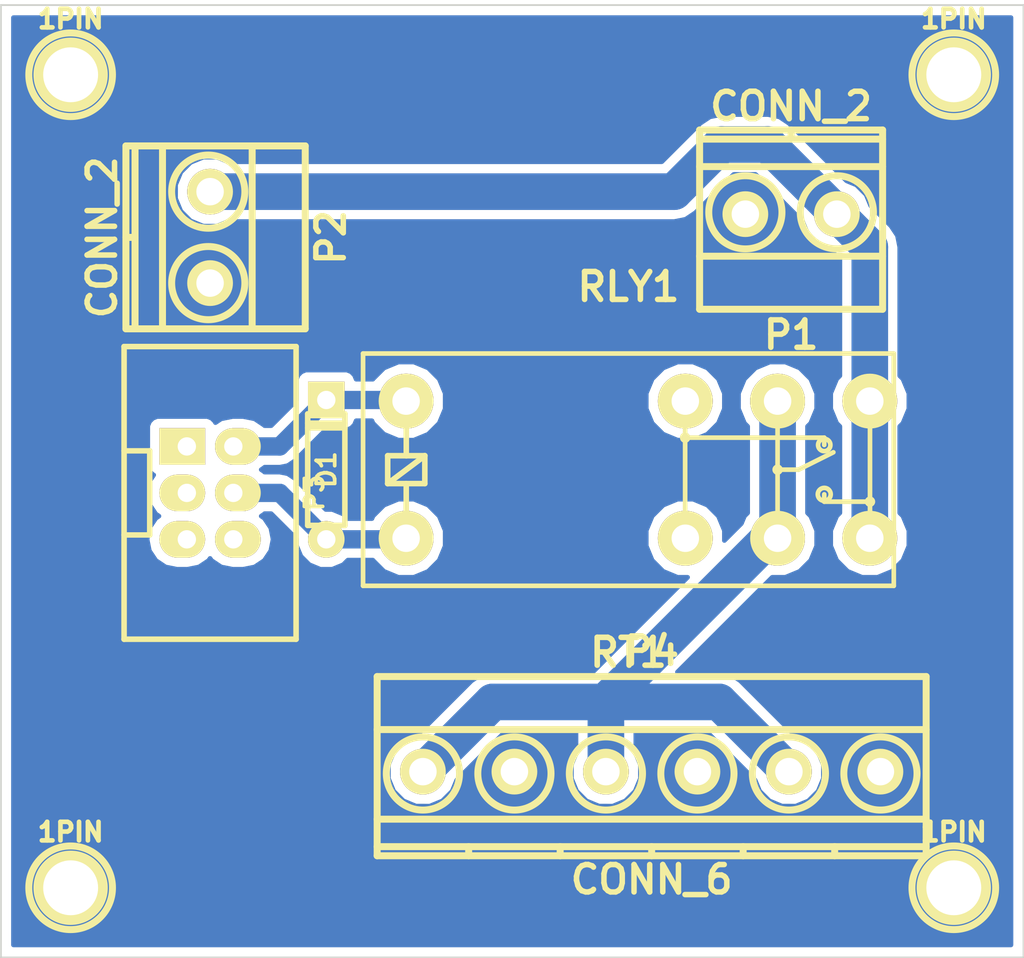
<source format=kicad_pcb>
(kicad_pcb (version 3) (host pcbnew "(22-Jun-2014 BZR 4027)-stable")

  (general
    (links 19)
    (no_connects 0)
    (area 193.606 142.806 241.350001 187.394)
    (thickness 1.6)
    (drawings 4)
    (tracks 25)
    (zones 0)
    (modules 10)
    (nets 6)
  )

  (page A3)
  (layers
    (15 F.Cu signal)
    (0 B.Cu signal)
    (16 B.Adhes user)
    (17 F.Adhes user)
    (18 B.Paste user)
    (19 F.Paste user)
    (20 B.SilkS user)
    (21 F.SilkS user)
    (22 B.Mask user)
    (23 F.Mask user)
    (24 Dwgs.User user)
    (25 Cmts.User user)
    (26 Eco1.User user)
    (27 Eco2.User user)
    (28 Edge.Cuts user)
  )

  (setup
    (last_trace_width 2)
    (user_trace_width 1)
    (user_trace_width 2)
    (trace_clearance 0.254)
    (zone_clearance 0.508)
    (zone_45_only yes)
    (trace_min 1)
    (segment_width 0.2)
    (edge_width 0.1)
    (via_size 0.889)
    (via_drill 0.635)
    (via_min_size 0.889)
    (via_min_drill 0.508)
    (uvia_size 0.508)
    (uvia_drill 0.127)
    (uvias_allowed no)
    (uvia_min_size 0.508)
    (uvia_min_drill 0.127)
    (pcb_text_width 0.3)
    (pcb_text_size 1.5 1.5)
    (mod_edge_width 0.15)
    (mod_text_size 1 1)
    (mod_text_width 0.15)
    (pad_size 4.064 4.064)
    (pad_drill 3)
    (pad_to_mask_clearance 0)
    (aux_axis_origin 0 0)
    (visible_elements FFFFFFBF)
    (pcbplotparams
      (layerselection 1)
      (usegerberextensions true)
      (excludeedgelayer true)
      (linewidth 0.150000)
      (plotframeref false)
      (viasonmask false)
      (mode 1)
      (useauxorigin false)
      (hpglpennumber 1)
      (hpglpenspeed 20)
      (hpglpendiameter 15)
      (hpglpenoverlay 2)
      (psnegative false)
      (psa4output false)
      (plotreference true)
      (plotvalue true)
      (plotothertext true)
      (plotinvisibletext false)
      (padsonsilk false)
      (subtractmaskfromsilk false)
      (outputformat 1)
      (mirror false)
      (drillshape 0)
      (scaleselection 1)
      (outputdirectory ""))
  )

  (net 0 "")
  (net 1 N-0000010)
  (net 2 N-000005)
  (net 3 N-000006)
  (net 4 N-000007)
  (net 5 N-000009)

  (net_class Default "This is the default net class."
    (clearance 0.254)
    (trace_width 1)
    (via_dia 0.889)
    (via_drill 0.635)
    (uvia_dia 0.508)
    (uvia_drill 0.127)
    (add_net "")
    (add_net N-0000010)
    (add_net N-000005)
    (add_net N-000006)
    (add_net N-000007)
    (add_net N-000009)
  )

  (module vasch_strip_3x2 (layer F.Cu) (tedit 5649AF96) (tstamp 56448658)
    (at 200.66 165.1 270)
    (descr "Box header 3x2pin 2.54mm")
    (tags "CONN DEV")
    (path /56447F94)
    (fp_text reference P3 (at 0 -5.7 270) (layer F.SilkS)
      (effects (font (size 1 1) (thickness 0.2032)))
    )
    (fp_text value CONN_3X2 (at 0 5.7 270) (layer F.SilkS) hide
      (effects (font (size 1 1) (thickness 0.2032)))
    )
    (fp_line (start -8 4.7) (end 8 4.7) (layer F.SilkS) (width 0.3048))
    (fp_line (start 8 -4.7) (end -8 -4.7) (layer F.SilkS) (width 0.3048))
    (fp_line (start -8 -4.7) (end -8 4.7) (layer F.SilkS) (width 0.3048))
    (fp_line (start 8 -4.7) (end 8 4.7) (layer F.SilkS) (width 0.3048))
    (fp_line (start 2.3 4.7) (end 2.3 3.3) (layer F.SilkS) (width 0.29972))
    (fp_line (start 2.3 3.3) (end -2.3 3.3) (layer F.SilkS) (width 0.29972))
    (fp_line (start -2.3 3.3) (end -2.3 4.7) (layer F.SilkS) (width 0.29972))
    (pad 1 thru_hole rect (at -2.54 1.27 270) (size 2 2.5) (drill 1 (offset 0 0.25))
      (layers *.Cu *.Mask F.SilkS)
    )
    (pad 2 thru_hole oval (at -2.54 -1.27 270) (size 2 2.5) (drill 1 (offset 0 -0.25))
      (layers *.Cu *.Mask F.SilkS)
      (net 3 N-000006)
    )
    (pad 3 thru_hole oval (at 0 1.27 270) (size 2 2.5) (drill 1 (offset 0 0.25))
      (layers *.Cu *.Mask F.SilkS)
    )
    (pad 4 thru_hole oval (at 0 -1.27 270) (size 2 2.5) (drill 1 (offset 0 -0.25))
      (layers *.Cu *.Mask F.SilkS)
      (net 2 N-000005)
    )
    (pad 5 thru_hole oval (at 2.54 1.27 270) (size 2 2.5) (drill 1 (offset 0 0.25))
      (layers *.Cu *.Mask F.SilkS)
    )
    (pad 6 thru_hole oval (at 2.54 -1.27 270) (size 2 2.5) (drill 1 (offset 0 -0.25))
      (layers *.Cu *.Mask F.SilkS)
    )
    (model walter/conn_strip/vasch_strip_3x2.wrl
      (at (xyz 0 0 0))
      (scale (xyz 1 1 1))
      (rotate (xyz 0 0 0))
    )
  )

  (module relay_RT1 (layer F.Cu) (tedit 5649AEEB) (tstamp 5644867D)
    (at 223.52 163.83)
    (descr "relay, RT1 series")
    (path /56447F4C)
    (fp_text reference RLY1 (at 0 -9.99998) (layer F.SilkS)
      (effects (font (size 1.524 1.524) (thickness 0.3048)))
    )
    (fp_text value RT1 (at 0 9.99998) (layer F.SilkS)
      (effects (font (size 1.524 1.524) (thickness 0.3048)))
    )
    (fp_line (start 9.29894 0) (end 11.19886 -0.94996) (layer F.SilkS) (width 0.254))
    (fp_circle (center 8.15086 0) (end 8.001 0.0508) (layer F.SilkS) (width 0.254))
    (fp_line (start 8.15086 0) (end 9.29894 0) (layer F.SilkS) (width 0.254))
    (fp_circle (center 10.70102 -1.34874) (end 10.39876 -1.19888) (layer F.SilkS) (width 0.254))
    (fp_circle (center 10.70102 1.34874) (end 10.3505 1.39954) (layer F.SilkS) (width 0.254))
    (fp_circle (center 13.20038 1.75006) (end 13.05052 1.80086) (layer F.SilkS) (width 0.254))
    (fp_circle (center 3.0988 -1.75006) (end 2.94894 -1.69926) (layer F.SilkS) (width 0.254))
    (fp_line (start 10.70102 1.34874) (end 10.70102 1.75006) (layer F.SilkS) (width 0.254))
    (fp_line (start 13.20038 1.75006) (end 10.70102 1.75006) (layer F.SilkS) (width 0.254))
    (fp_line (start 3.0988 -1.75006) (end 10.70102 -1.75006) (layer F.SilkS) (width 0.254))
    (fp_line (start 10.70102 -1.75006) (end 10.70102 -1.34874) (layer F.SilkS) (width 0.254))
    (fp_line (start 13.20038 3.74904) (end 13.20038 -3.74904) (layer F.SilkS) (width 0.254))
    (fp_line (start 8.15086 -3.74904) (end 8.15086 3.74904) (layer F.SilkS) (width 0.254))
    (fp_line (start 3.0988 3.74904) (end 3.0988 -3.74904) (layer F.SilkS) (width 0.254))
    (fp_line (start 14.50086 -6.35) (end -14.50086 -6.35) (layer F.SilkS) (width 0.254))
    (fp_line (start -14.50086 -6.35) (end -14.50086 6.35) (layer F.SilkS) (width 0.254))
    (fp_line (start -14.50086 6.35) (end 14.50086 6.35) (layer F.SilkS) (width 0.254))
    (fp_line (start 14.50086 6.35) (end 14.50086 -6.35) (layer F.SilkS) (width 0.254))
    (fp_line (start -12.1412 3.81) (end -12.1412 0.762) (layer F.SilkS) (width 0.3048))
    (fp_line (start -12.13866 -3.81) (end -12.13866 -0.762) (layer F.SilkS) (width 0.3048))
    (fp_line (start -13.15466 0.762) (end -11.12266 -0.762) (layer F.SilkS) (width 0.3048))
    (fp_line (start -13.1572 -0.762) (end -11.1252 -0.762) (layer F.SilkS) (width 0.3048))
    (fp_line (start -11.1252 -0.762) (end -11.1252 0.762) (layer F.SilkS) (width 0.3048))
    (fp_line (start -11.1252 0.762) (end -13.1572 0.762) (layer F.SilkS) (width 0.3048))
    (fp_line (start -13.15466 0.762) (end -13.15466 -0.762) (layer F.SilkS) (width 0.3048))
    (pad 1 thru_hole circle (at -12.14882 3.74904) (size 2.99974 2.99974) (drill 1.5)
      (layers *.Cu *.Mask F.SilkS)
      (net 2 N-000005)
    )
    (pad 12 thru_hole circle (at 3.10896 3.74904) (size 2.99974 2.99974) (drill 1.5)
      (layers *.Cu *.Mask F.SilkS)
    )
    (pad 11 thru_hole circle (at 8.15086 3.74904) (size 2.99974 2.99974) (drill 1.5)
      (layers *.Cu *.Mask F.SilkS)
      (net 4 N-000007)
    )
    (pad 14 thru_hole circle (at 13.19022 3.74904) (size 2.99974 2.99974) (drill 1.5)
      (layers *.Cu *.Mask F.SilkS)
      (net 5 N-000009)
    )
    (pad 14 thru_hole circle (at 13.19022 -3.74904) (size 2.99974 2.99974) (drill 1.5)
      (layers *.Cu *.Mask F.SilkS)
      (net 5 N-000009)
    )
    (pad 11 thru_hole circle (at 8.15086 -3.74904) (size 2.99974 2.99974) (drill 1.5)
      (layers *.Cu *.Mask F.SilkS)
      (net 4 N-000007)
    )
    (pad 12 thru_hole circle (at 3.10896 -3.74904) (size 2.99974 2.99974) (drill 1.5)
      (layers *.Cu *.Mask F.SilkS)
    )
    (pad 2 thru_hole circle (at -12.14882 -3.74904) (size 2.99974 2.99974) (drill 1.5)
      (layers *.Cu *.Mask F.SilkS)
      (net 3 N-000006)
    )
    (model walter/relay/relay_RT1.wrl
      (at (xyz 0 0 0))
      (scale (xyz 1 1 1))
      (rotate (xyz 0 0 0))
    )
  )

  (module mkds_1,5-6 (layer F.Cu) (tedit 5649AF18) (tstamp 56448699)
    (at 224.79 180.34)
    (descr "6-way 5mm pitch terminal block, Phoenix MKDS series")
    (path /56447FAB)
    (fp_text reference P4 (at 0 -6.6) (layer F.SilkS)
      (effects (font (size 1.5 1.5) (thickness 0.3)))
    )
    (fp_text value CONN_6 (at 0 5.9) (layer F.SilkS)
      (effects (font (size 1.5 1.5) (thickness 0.3)))
    )
    (fp_circle (center 12.5 0.1) (end 10.5 0.1) (layer F.SilkS) (width 0.381))
    (fp_line (start 10 4.1) (end 10 4.6) (layer F.SilkS) (width 0.381))
    (fp_line (start 5 4.1) (end 5 4.6) (layer F.SilkS) (width 0.381))
    (fp_circle (center 7.5 0.1) (end 5.5 0.1) (layer F.SilkS) (width 0.381))
    (fp_line (start 0 4.1) (end 0 4.6) (layer F.SilkS) (width 0.381))
    (fp_circle (center 2.5 0.1) (end 0.5 0.1) (layer F.SilkS) (width 0.381))
    (fp_circle (center -2.5 0.1) (end -4.5 0.1) (layer F.SilkS) (width 0.381))
    (fp_line (start -5 4.1) (end -5 4.6) (layer F.SilkS) (width 0.381))
    (fp_line (start -10 4.1) (end -10 4.6) (layer F.SilkS) (width 0.381))
    (fp_circle (center -7.5 0.1) (end -9.5 0.1) (layer F.SilkS) (width 0.381))
    (fp_circle (center -12.5 0.1) (end -10.5 0.1) (layer F.SilkS) (width 0.381))
    (fp_line (start -15 2.6) (end 15 2.6) (layer F.SilkS) (width 0.381))
    (fp_line (start -15 -2.3) (end 15 -2.3) (layer F.SilkS) (width 0.381))
    (fp_line (start -15 4.1) (end 15 4.1) (layer F.SilkS) (width 0.381))
    (fp_line (start -15 4.6) (end 15 4.6) (layer F.SilkS) (width 0.381))
    (fp_line (start 15 4.6) (end 15 -5.2) (layer F.SilkS) (width 0.381))
    (fp_line (start 15 -5.2) (end -15 -5.2) (layer F.SilkS) (width 0.381))
    (fp_line (start -15 -5.2) (end -15 4.6) (layer F.SilkS) (width 0.381))
    (pad 6 thru_hole circle (at 12.5 0) (size 2.5 2.5) (drill 1.5)
      (layers *.Cu *.Mask F.SilkS)
      (net 1 N-0000010)
    )
    (pad 5 thru_hole circle (at 7.5 0) (size 2.5 2.5) (drill 1.5)
      (layers *.Cu *.Mask F.SilkS)
      (net 4 N-000007)
    )
    (pad 4 thru_hole circle (at 2.5 0) (size 2.5 2.5) (drill 1.5)
      (layers *.Cu *.Mask F.SilkS)
      (net 1 N-0000010)
    )
    (pad 3 thru_hole circle (at -2.5 0) (size 2.5 2.5) (drill 1.5)
      (layers *.Cu *.Mask F.SilkS)
      (net 4 N-000007)
    )
    (pad 1 thru_hole circle (at -12.5 0) (size 2.5 2.5) (drill 1.5)
      (layers *.Cu *.Mask F.SilkS)
      (net 4 N-000007)
    )
    (pad 2 thru_hole circle (at -7.5 0) (size 2.5 2.5) (drill 1.5)
      (layers *.Cu *.Mask F.SilkS)
      (net 1 N-0000010)
    )
    (model walter/conn_mkds/mkds_1,5-6.wrl
      (at (xyz 0 0 0))
      (scale (xyz 1 1 1))
      (rotate (xyz 0 0 0))
    )
  )

  (module mkds_1,5-2 (layer F.Cu) (tedit 5649AE8E) (tstamp 564486A9)
    (at 200.66 151.13 270)
    (descr "2-way 5mm pitch terminal block, Phoenix MKDS series")
    (path /56447605)
    (fp_text reference P2 (at 0 -6.6 270) (layer F.SilkS)
      (effects (font (size 1.5 1.5) (thickness 0.3)))
    )
    (fp_text value CONN_2 (at 0 5.9 270) (layer F.SilkS)
      (effects (font (size 1.5 1.5) (thickness 0.3)))
    )
    (fp_line (start 0 4.1) (end 0 4.6) (layer F.SilkS) (width 0.381))
    (fp_circle (center 2.5 0.1) (end 0.5 0.1) (layer F.SilkS) (width 0.381))
    (fp_circle (center -2.5 0.1) (end -0.5 0.1) (layer F.SilkS) (width 0.381))
    (fp_line (start -5 2.6) (end 5 2.6) (layer F.SilkS) (width 0.381))
    (fp_line (start -5 -2.3) (end 5 -2.3) (layer F.SilkS) (width 0.381))
    (fp_line (start -5 4.1) (end 5 4.1) (layer F.SilkS) (width 0.381))
    (fp_line (start -5 4.6) (end 5 4.6) (layer F.SilkS) (width 0.381))
    (fp_line (start 5 4.6) (end 5 -5.2) (layer F.SilkS) (width 0.381))
    (fp_line (start 5 -5.2) (end -5 -5.2) (layer F.SilkS) (width 0.381))
    (fp_line (start -5 -5.2) (end -5 4.6) (layer F.SilkS) (width 0.381))
    (pad 1 thru_hole circle (at -2.5 0 270) (size 2.5 2.5) (drill 1.5)
      (layers *.Cu *.Mask F.SilkS)
      (net 5 N-000009)
    )
    (pad 2 thru_hole circle (at 2.5 0 270) (size 2.5 2.5) (drill 1.5)
      (layers *.Cu *.Mask F.SilkS)
      (net 1 N-0000010)
    )
    (model walter/conn_mkds/mkds_1,5-2.wrl
      (at (xyz 0 0 0))
      (scale (xyz 1 1 1))
      (rotate (xyz 0 0 0))
    )
  )

  (module mkds_1,5-2 (layer F.Cu) (tedit 5649AEA0) (tstamp 564486B9)
    (at 232.41 149.86 180)
    (descr "2-way 5mm pitch terminal block, Phoenix MKDS series")
    (path /56447F7A)
    (fp_text reference P1 (at 0 -6.6 180) (layer F.SilkS)
      (effects (font (size 1.5 1.5) (thickness 0.3)))
    )
    (fp_text value CONN_2 (at 0 5.9 180) (layer F.SilkS)
      (effects (font (size 1.5 1.5) (thickness 0.3)))
    )
    (fp_line (start 0 4.1) (end 0 4.6) (layer F.SilkS) (width 0.381))
    (fp_circle (center 2.5 0.1) (end 0.5 0.1) (layer F.SilkS) (width 0.381))
    (fp_circle (center -2.5 0.1) (end -0.5 0.1) (layer F.SilkS) (width 0.381))
    (fp_line (start -5 2.6) (end 5 2.6) (layer F.SilkS) (width 0.381))
    (fp_line (start -5 -2.3) (end 5 -2.3) (layer F.SilkS) (width 0.381))
    (fp_line (start -5 4.1) (end 5 4.1) (layer F.SilkS) (width 0.381))
    (fp_line (start -5 4.6) (end 5 4.6) (layer F.SilkS) (width 0.381))
    (fp_line (start 5 4.6) (end 5 -5.2) (layer F.SilkS) (width 0.381))
    (fp_line (start 5 -5.2) (end -5 -5.2) (layer F.SilkS) (width 0.381))
    (fp_line (start -5 -5.2) (end -5 4.6) (layer F.SilkS) (width 0.381))
    (pad 1 thru_hole circle (at -2.5 0 180) (size 2.5 2.5) (drill 1.5)
      (layers *.Cu *.Mask F.SilkS)
      (net 5 N-000009)
    )
    (pad 2 thru_hole circle (at 2.5 0 180) (size 2.5 2.5) (drill 1.5)
      (layers *.Cu *.Mask F.SilkS)
      (net 1 N-0000010)
    )
    (model walter/conn_mkds/mkds_1,5-2.wrl
      (at (xyz 0 0 0))
      (scale (xyz 1 1 1))
      (rotate (xyz 0 0 0))
    )
  )

  (module D3 (layer F.Cu) (tedit 5649AF32) (tstamp 564486C9)
    (at 207.01 163.83 90)
    (descr "Diode 3 pas")
    (tags "DIODE DEV")
    (path /56447F6B)
    (fp_text reference D1 (at 0 0 90) (layer F.SilkS)
      (effects (font (size 1.016 1.016) (thickness 0.2032)))
    )
    (fp_text value DIODE (at 0 0 90) (layer F.SilkS) hide
      (effects (font (size 1.016 1.016) (thickness 0.2032)))
    )
    (fp_line (start 3.81 0) (end 3.048 0) (layer F.SilkS) (width 0.3048))
    (fp_line (start 3.048 0) (end 3.048 -1.016) (layer F.SilkS) (width 0.3048))
    (fp_line (start 3.048 -1.016) (end -3.048 -1.016) (layer F.SilkS) (width 0.3048))
    (fp_line (start -3.048 -1.016) (end -3.048 0) (layer F.SilkS) (width 0.3048))
    (fp_line (start -3.048 0) (end -3.81 0) (layer F.SilkS) (width 0.3048))
    (fp_line (start -3.048 0) (end -3.048 1.016) (layer F.SilkS) (width 0.3048))
    (fp_line (start -3.048 1.016) (end 3.048 1.016) (layer F.SilkS) (width 0.3048))
    (fp_line (start 3.048 1.016) (end 3.048 0) (layer F.SilkS) (width 0.3048))
    (fp_line (start 2.54 -1.016) (end 2.54 1.016) (layer F.SilkS) (width 0.3048))
    (fp_line (start 2.286 1.016) (end 2.286 -1.016) (layer F.SilkS) (width 0.3048))
    (pad 2 thru_hole rect (at 3.81 0 90) (size 2 2) (drill 1)
      (layers *.Cu *.Mask F.SilkS)
      (net 3 N-000006)
    )
    (pad 1 thru_hole circle (at -3.81 0 90) (size 2 2) (drill 1)
      (layers *.Cu *.Mask F.SilkS)
      (net 2 N-000005)
    )
    (model discret/diode.wrl
      (at (xyz 0 0 0))
      (scale (xyz 0.3 0.3 0.3))
      (rotate (xyz 0 0 0))
    )
  )

  (module 1pin (layer F.Cu) (tedit 5649B05A) (tstamp 564A0D8D)
    (at 193.04 142.24)
    (descr "module 1 pin (ou trou mecanique de percage)")
    (tags DEV)
    (path 1pin)
    (fp_text reference 1PIN (at 0 -3.048) (layer F.SilkS)
      (effects (font (size 1.016 1.016) (thickness 0.254)))
    )
    (fp_text value P*** (at 0 2.794) (layer F.SilkS) hide
      (effects (font (size 1.016 1.016) (thickness 0.254)))
    )
    (fp_circle (center 0 0) (end 0 -2.286) (layer F.SilkS) (width 0.381))
    (pad 1 thru_hole circle (at 0 0) (size 4.064 4.064) (drill 3)
      (layers *.Cu *.Mask F.SilkS)
      (net 1 N-0000010)
    )
  )

  (module 1pin (layer F.Cu) (tedit 5649B060) (tstamp 564A0D98)
    (at 241.3 142.24)
    (descr "module 1 pin (ou trou mecanique de percage)")
    (tags DEV)
    (path 1pin)
    (fp_text reference 1PIN (at 0 -3.048) (layer F.SilkS)
      (effects (font (size 1.016 1.016) (thickness 0.254)))
    )
    (fp_text value P*** (at 0 2.794) (layer F.SilkS) hide
      (effects (font (size 1.016 1.016) (thickness 0.254)))
    )
    (fp_circle (center 0 0) (end 0 -2.286) (layer F.SilkS) (width 0.381))
    (pad 1 thru_hole circle (at 0 0) (size 4.064 4.064) (drill 3)
      (layers *.Cu *.Mask F.SilkS)
      (net 1 N-0000010)
    )
  )

  (module 1pin (layer F.Cu) (tedit 5649B06E) (tstamp 564A0DA3)
    (at 241.3 186.69)
    (descr "module 1 pin (ou trou mecanique de percage)")
    (tags DEV)
    (path 1pin)
    (fp_text reference 1PIN (at 0 -3.048) (layer F.SilkS)
      (effects (font (size 1.016 1.016) (thickness 0.254)))
    )
    (fp_text value P*** (at 0 2.794) (layer F.SilkS) hide
      (effects (font (size 1.016 1.016) (thickness 0.254)))
    )
    (fp_circle (center 0 0) (end 0 -2.286) (layer F.SilkS) (width 0.381))
    (pad 1 thru_hole circle (at 0 0) (size 4.064 4.064) (drill 3)
      (layers *.Cu *.Mask F.SilkS)
      (net 1 N-0000010)
    )
  )

  (module 1pin (layer F.Cu) (tedit 5649B067) (tstamp 564A0DAE)
    (at 193.04 186.69)
    (descr "module 1 pin (ou trou mecanique de percage)")
    (tags DEV)
    (path 1pin)
    (fp_text reference 1PIN (at 0 -3.048) (layer F.SilkS)
      (effects (font (size 1.016 1.016) (thickness 0.254)))
    )
    (fp_text value P*** (at 0 2.794) (layer F.SilkS) hide
      (effects (font (size 1.016 1.016) (thickness 0.254)))
    )
    (fp_circle (center 0 0) (end 0 -2.286) (layer F.SilkS) (width 0.381))
    (pad 1 thru_hole circle (at 0 0) (size 4.064 4.064) (drill 3)
      (layers *.Cu *.Mask F.SilkS)
      (net 1 N-0000010)
    )
  )

  (gr_line (start 189.23 190.5) (end 189.23 138.43) (angle 90) (layer Edge.Cuts) (width 0.1))
  (gr_line (start 245.11 190.5) (end 189.23 190.5) (angle 90) (layer Edge.Cuts) (width 0.1))
  (gr_line (start 245.11 138.43) (end 245.11 190.5) (angle 90) (layer Edge.Cuts) (width 0.1))
  (gr_line (start 189.23 138.43) (end 245.11 138.43) (angle 90) (layer Edge.Cuts) (width 0.1))

  (segment (start 207.01 167.64) (end 211.31022 167.64) (width 1) (layer B.Cu) (net 2))
  (segment (start 211.31022 167.64) (end 211.37118 167.57904) (width 1) (layer B.Cu) (net 2) (tstamp 5649AE6F))
  (segment (start 201.93 165.1) (end 204.47 165.1) (width 1) (layer B.Cu) (net 2))
  (segment (start 204.47 165.1) (end 207.01 167.64) (width 1) (layer B.Cu) (net 2) (tstamp 5649AE6C))
  (segment (start 207.01 160.02) (end 211.31022 160.02) (width 1) (layer B.Cu) (net 3))
  (segment (start 211.31022 160.02) (end 211.37118 160.08096) (width 1) (layer B.Cu) (net 3) (tstamp 5649AE69))
  (segment (start 201.93 162.56) (end 204.47 162.56) (width 1) (layer B.Cu) (net 3))
  (segment (start 204.47 162.56) (end 207.01 160.02) (width 1) (layer B.Cu) (net 3) (tstamp 5649AE65))
  (segment (start 222.29 176.53) (end 216.1 176.53) (width 2) (layer B.Cu) (net 4))
  (segment (start 216.1 176.53) (end 212.29 180.34) (width 2) (layer B.Cu) (net 4) (tstamp 5649AE5F))
  (segment (start 222.29 176.53) (end 228.48 176.53) (width 2) (layer B.Cu) (net 4))
  (segment (start 228.48 176.53) (end 232.29 180.34) (width 2) (layer B.Cu) (net 4) (tstamp 5649AE5C))
  (segment (start 231.67086 167.57904) (end 231.20096 167.57904) (width 2) (layer B.Cu) (net 4))
  (segment (start 222.29 176.49) (end 222.29 176.53) (width 2) (layer B.Cu) (net 4) (tstamp 5649AE57))
  (segment (start 222.29 176.53) (end 222.29 180.34) (width 2) (layer B.Cu) (net 4) (tstamp 5649AE5A))
  (segment (start 231.20096 167.57904) (end 222.29 176.49) (width 2) (layer B.Cu) (net 4) (tstamp 5649AE4B))
  (segment (start 231.67086 160.08096) (end 231.67086 167.57904) (width 2) (layer B.Cu) (net 4))
  (segment (start 236.71022 160.08096) (end 236.71022 151.66022) (width 2) (layer B.Cu) (net 5) (status 400000))
  (segment (start 236.71022 151.66022) (end 234.91 149.86) (width 2) (layer B.Cu) (net 5) (tstamp 564A0DF9) (status 800000))
  (segment (start 236.71022 160.08096) (end 236.71022 167.57904) (width 2) (layer B.Cu) (net 5))
  (segment (start 234.91 149.86) (end 234.91 149.82) (width 2) (layer B.Cu) (net 5))
  (segment (start 234.91 149.82) (end 231.14 146.05) (width 2) (layer B.Cu) (net 5) (tstamp 5649AE31))
  (segment (start 231.14 146.05) (end 228.6 146.05) (width 2) (layer B.Cu) (net 5) (tstamp 5649AE33))
  (segment (start 228.6 146.05) (end 226.02 148.63) (width 2) (layer B.Cu) (net 5) (tstamp 5649AE34))
  (segment (start 226.02 148.63) (end 200.66 148.63) (width 2) (layer B.Cu) (net 5) (tstamp 5649AE3E))

  (zone (net 1) (net_name N-0000010) (layer B.Cu) (tstamp 564A0DF3) (hatch edge 0.508)
    (connect_pads yes (clearance 0.508))
    (min_thickness 0.254)
    (fill (arc_segments 16) (thermal_gap 0.508) (thermal_bridge_width 1.16))
    (polygon
      (pts
        (xy 245.11 190.5) (xy 189.23 190.5) (xy 189.23 138.43) (xy 245.11 138.43)
      )
    )
    (filled_polygon
      (pts
        (xy 244.425 189.815) (xy 238.845459 189.815) (xy 238.845459 167.156251) (xy 238.52113 166.371313) (xy 238.34522 166.195096)
        (xy 238.34522 161.465341) (xy 238.519019 161.291845) (xy 238.844718 160.507475) (xy 238.845459 159.658171) (xy 238.52113 158.873233)
        (xy 238.34522 158.697016) (xy 238.34522 151.66022) (xy 238.220763 151.034533) (xy 238.220762 151.034532) (xy 237.86634 150.5041)
        (xy 237.866336 150.504097) (xy 236.757578 149.395338) (xy 236.508957 148.793628) (xy 235.979161 148.262907) (xy 235.442165 148.039926)
        (xy 232.29612 144.89388) (xy 231.765688 144.539457) (xy 231.14 144.414999) (xy 231.139994 144.415) (xy 228.6 144.415)
        (xy 228.599999 144.415) (xy 228.475541 144.439756) (xy 227.974313 144.539457) (xy 227.44388 144.89388) (xy 227.443877 144.893883)
        (xy 225.34276 146.995) (xy 201.63787 146.995) (xy 201.036595 146.745328) (xy 200.286695 146.744674) (xy 199.593628 147.031043)
        (xy 199.062907 147.560839) (xy 198.775328 148.253405) (xy 198.774674 149.003305) (xy 199.061043 149.696372) (xy 199.590839 150.227093)
        (xy 200.283405 150.514672) (xy 201.033305 150.515326) (xy 201.639141 150.265) (xy 226.019994 150.265) (xy 226.02 150.265001)
        (xy 226.02 150.265) (xy 226.645687 150.140543) (xy 226.645688 150.140543) (xy 227.17612 149.78612) (xy 229.277239 147.685)
        (xy 230.46276 147.685) (xy 233.034255 150.256495) (xy 233.311043 150.926372) (xy 233.840839 151.457093) (xy 234.446237 151.708476)
        (xy 235.07522 152.337459) (xy 235.07522 158.696578) (xy 234.901421 158.870075) (xy 234.575722 159.654445) (xy 234.574981 160.503749)
        (xy 234.89931 161.288687) (xy 235.07522 161.464903) (xy 235.07522 166.194658) (xy 234.901421 166.368155) (xy 234.575722 167.152525)
        (xy 234.574981 168.001829) (xy 234.89931 168.786767) (xy 235.499335 169.387839) (xy 236.283705 169.713538) (xy 237.133009 169.714279)
        (xy 237.917947 169.38995) (xy 238.519019 168.789925) (xy 238.844718 168.005555) (xy 238.845459 167.156251) (xy 238.845459 189.815)
        (xy 234.175326 189.815) (xy 234.175326 179.966695) (xy 233.888957 179.273628) (xy 233.359161 178.742907) (xy 232.753762 178.491523)
        (xy 229.63612 175.37388) (xy 229.105688 175.019457) (xy 228.48 174.894999) (xy 228.479994 174.895) (xy 226.197239 174.895)
        (xy 231.378583 169.713655) (xy 232.093649 169.714279) (xy 232.878587 169.38995) (xy 233.479659 168.789925) (xy 233.805358 168.005555)
        (xy 233.806099 167.156251) (xy 233.48177 166.371313) (xy 233.30586 166.195096) (xy 233.30586 161.465341) (xy 233.479659 161.291845)
        (xy 233.805358 160.507475) (xy 233.806099 159.658171) (xy 233.48177 158.873233) (xy 232.881745 158.272161) (xy 232.097375 157.946462)
        (xy 231.248071 157.945721) (xy 230.463133 158.27005) (xy 229.862061 158.870075) (xy 229.536362 159.654445) (xy 229.535621 160.503749)
        (xy 229.85995 161.288687) (xy 230.03586 161.464903) (xy 230.03586 166.194658) (xy 229.862061 166.368155) (xy 229.693382 166.774378)
        (xy 228.763721 167.704039) (xy 228.764199 167.156251) (xy 228.764199 159.658171) (xy 228.43987 158.873233) (xy 227.839845 158.272161)
        (xy 227.055475 157.946462) (xy 226.206171 157.945721) (xy 225.421233 158.27005) (xy 224.820161 158.870075) (xy 224.494462 159.654445)
        (xy 224.493721 160.503749) (xy 224.81805 161.288687) (xy 225.418075 161.889759) (xy 226.202445 162.215458) (xy 227.051749 162.216199)
        (xy 227.836687 161.89187) (xy 228.437759 161.291845) (xy 228.763458 160.507475) (xy 228.764199 159.658171) (xy 228.764199 167.156251)
        (xy 228.43987 166.371313) (xy 227.839845 165.770241) (xy 227.055475 165.444542) (xy 226.206171 165.443801) (xy 225.421233 165.76813)
        (xy 224.820161 166.368155) (xy 224.494462 167.152525) (xy 224.493721 168.001829) (xy 224.81805 168.786767) (xy 225.418075 169.387839)
        (xy 226.202445 169.713538) (xy 226.753741 169.714018) (xy 221.57276 174.895) (xy 216.1 174.895) (xy 215.474313 175.019457)
        (xy 214.94388 175.37388) (xy 214.943877 175.373883) (xy 213.506419 176.81134) (xy 213.506419 167.156251) (xy 213.18209 166.371313)
        (xy 212.582065 165.770241) (xy 211.797695 165.444542) (xy 210.948391 165.443801) (xy 210.163453 165.76813) (xy 209.562381 166.368155)
        (xy 209.505557 166.505) (xy 208.187202 166.505) (xy 207.937362 166.254723) (xy 207.336648 166.005285) (xy 206.980106 166.004973)
        (xy 205.272566 164.297434) (xy 204.904346 164.051397) (xy 204.47 163.965) (xy 203.63716 163.965) (xy 203.623049 163.94388)
        (xy 203.452615 163.83) (xy 203.623049 163.71612) (xy 203.63716 163.695) (xy 204.47 163.695) (xy 204.904345 163.608603)
        (xy 204.904346 163.608603) (xy 205.272566 163.362566) (xy 206.980022 161.65511) (xy 208.135755 161.65511) (xy 208.369229 161.558641)
        (xy 208.548013 161.380168) (xy 208.64151 161.155) (xy 209.505031 161.155) (xy 209.56027 161.288687) (xy 210.160295 161.889759)
        (xy 210.944665 162.215458) (xy 211.793969 162.216199) (xy 212.578907 161.89187) (xy 213.179979 161.291845) (xy 213.505678 160.507475)
        (xy 213.506419 159.658171) (xy 213.18209 158.873233) (xy 212.582065 158.272161) (xy 211.797695 157.946462) (xy 210.948391 157.945721)
        (xy 210.163453 158.27005) (xy 209.562381 158.870075) (xy 209.556183 158.885) (xy 208.64129 158.885) (xy 208.548641 158.660771)
        (xy 208.370168 158.481987) (xy 208.136864 158.385111) (xy 207.884245 158.38489) (xy 205.884245 158.38489) (xy 205.650771 158.481359)
        (xy 205.471987 158.659832) (xy 205.375111 158.893136) (xy 205.37489 159.145755) (xy 205.37489 160.049977) (xy 203.999867 161.425)
        (xy 203.63716 161.425) (xy 203.623049 161.40388) (xy 203.092616 161.049457) (xy 202.466929 160.925) (xy 201.893071 160.925)
        (xy 201.267384 161.049457) (xy 200.952934 161.259565) (xy 200.928641 161.200771) (xy 200.750168 161.021987) (xy 200.516864 160.925111)
        (xy 200.264245 160.92489) (xy 197.764245 160.92489) (xy 197.530771 161.021359) (xy 197.351987 161.199832) (xy 197.255111 161.433136)
        (xy 197.25489 161.685755) (xy 197.25489 163.685755) (xy 197.351359 163.919229) (xy 197.529832 164.098013) (xy 197.580034 164.118858)
        (xy 197.342528 164.474313) (xy 197.218071 165.1) (xy 197.342528 165.725687) (xy 197.696951 166.25612) (xy 197.867384 166.37)
        (xy 197.696951 166.48388) (xy 197.342528 167.014313) (xy 197.218071 167.64) (xy 197.342528 168.265687) (xy 197.696951 168.79612)
        (xy 198.227384 169.150543) (xy 198.853071 169.275) (xy 199.426929 169.275) (xy 200.052616 169.150543) (xy 200.583049 168.79612)
        (xy 200.66 168.680954) (xy 200.736951 168.79612) (xy 201.267384 169.150543) (xy 201.893071 169.275) (xy 202.466929 169.275)
        (xy 203.092616 169.150543) (xy 203.623049 168.79612) (xy 203.977472 168.265687) (xy 204.101929 167.64) (xy 203.977472 167.014313)
        (xy 203.623049 166.48388) (xy 203.452615 166.37) (xy 203.623049 166.25612) (xy 203.63716 166.235) (xy 203.999867 166.235)
        (xy 205.375025 167.610158) (xy 205.374717 167.963795) (xy 205.623107 168.564943) (xy 206.082638 169.025277) (xy 206.683352 169.274715)
        (xy 207.333795 169.275283) (xy 207.934943 169.026893) (xy 208.187276 168.775) (xy 209.555407 168.775) (xy 209.56027 168.786767)
        (xy 210.160295 169.387839) (xy 210.944665 169.713538) (xy 211.793969 169.714279) (xy 212.578907 169.38995) (xy 213.179979 168.789925)
        (xy 213.505678 168.005555) (xy 213.506419 167.156251) (xy 213.506419 176.81134) (xy 211.825338 178.492421) (xy 211.223628 178.741043)
        (xy 210.692907 179.270839) (xy 210.405328 179.963405) (xy 210.404674 180.713305) (xy 210.691043 181.406372) (xy 211.220839 181.937093)
        (xy 211.913405 182.224672) (xy 212.663305 182.225326) (xy 213.356372 181.938957) (xy 213.887093 181.409161) (xy 214.138476 180.803763)
        (xy 216.777239 178.165) (xy 220.655 178.165) (xy 220.655 179.362129) (xy 220.405328 179.963405) (xy 220.404674 180.713305)
        (xy 220.691043 181.406372) (xy 221.220839 181.937093) (xy 221.913405 182.224672) (xy 222.663305 182.225326) (xy 223.356372 181.938957)
        (xy 223.887093 181.409161) (xy 224.174672 180.716595) (xy 224.175326 179.966695) (xy 223.925 179.360858) (xy 223.925 178.165)
        (xy 227.80276 178.165) (xy 230.442421 180.80466) (xy 230.691043 181.406372) (xy 231.220839 181.937093) (xy 231.913405 182.224672)
        (xy 232.663305 182.225326) (xy 233.356372 181.938957) (xy 233.887093 181.409161) (xy 234.174672 180.716595) (xy 234.175326 179.966695)
        (xy 234.175326 189.815) (xy 189.915 189.815) (xy 189.915 139.115) (xy 244.425 139.115) (xy 244.425 189.815)
      )
    )
  )
)

</source>
